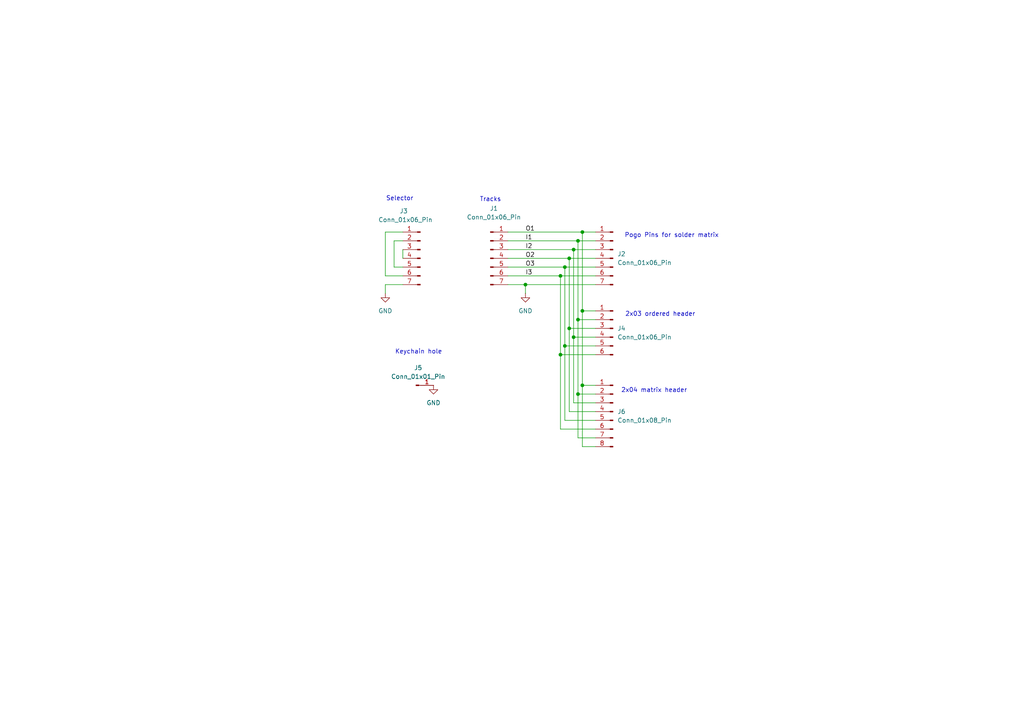
<source format=kicad_sch>
(kicad_sch (version 20231120) (generator "eeschema") (generator_version "8.0")
  (paper "A4")
  (title_block (title "Hall Matrix Selector Key") (date "2025-01-03") (rev "v1.1") (company "Saitis.net & engrenage.ch") (comment 1 "JCZD") (comment 2 "https://electro.saitis.net/hall-key"))
  (lib_symbols
    (symbol "Connector:Conn_01x01_Pin" (pin_names (offset 1.016) hide)
      (property "Reference" "J" (at 0 2.54 0))
      (property "Value" "Conn_01x01_Pin" (at 0 -2.54 0))
      (symbol "Conn_01x01_Pin_1_1"
        (polyline (pts (xy 1.27 0) (xy 0.8636 0)) (stroke (width 0.1524)))
        (rectangle (start 0.8636 0.127) (end 0 -0.127) (stroke (width 0.1524)) (fill (type outline)))
        (pin passive line (at 5.08 0 180) (length 3.81) (name "Pin_1") (number "1"))
      )
    )
    (symbol "Connector:Conn_01x06_Pin" (pin_names (offset 1.016) hide)
      (property "Reference" "J" (at 0 7.62 0))
      (property "Value" "Conn_01x06_Pin" (at 0 -10.16 0))
      (symbol "Conn_01x06_Pin_1_1"
        (polyline (pts (xy 1.27 -7.62) (xy 0.8636 -7.62)) (stroke (width 0.1524)))
        (polyline (pts (xy 1.27 -5.08) (xy 0.8636 -5.08)) (stroke (width 0.1524)))
        (polyline (pts (xy 1.27 -2.54) (xy 0.8636 -2.54)) (stroke (width 0.1524)))
        (polyline (pts (xy 1.27 0) (xy 0.8636 0)) (stroke (width 0.1524)))
        (polyline (pts (xy 1.27 2.54) (xy 0.8636 2.54)) (stroke (width 0.1524)))
        (polyline (pts (xy 1.27 5.08) (xy 0.8636 5.08)) (stroke (width 0.1524)))
        (rectangle (start 0.8636 -7.493) (end 0 -7.747) (stroke (width 0.1524)) (fill (type outline)))
        (rectangle (start 0.8636 -4.953) (end 0 -5.207) (stroke (width 0.1524)) (fill (type outline)))
        (rectangle (start 0.8636 -2.413) (end 0 -2.667) (stroke (width 0.1524)) (fill (type outline)))
        (rectangle (start 0.8636 0.127) (end 0 -0.127) (stroke (width 0.1524)) (fill (type outline)))
        (rectangle (start 0.8636 2.667) (end 0 2.413) (stroke (width 0.1524)) (fill (type outline)))
        (rectangle (start 0.8636 5.207) (end 0 4.953) (stroke (width 0.1524)) (fill (type outline)))
        (pin passive line (at 5.08 5.08 180) (length 3.81) (name "Pin_1") (number "1"))
        (pin passive line (at 5.08 2.54 180) (length 3.81) (name "Pin_2") (number "2"))
        (pin passive line (at 5.08 0 180) (length 3.81) (name "Pin_3") (number "3"))
        (pin passive line (at 5.08 -2.54 180) (length 3.81) (name "Pin_4") (number "4"))
        (pin passive line (at 5.08 -5.08 180) (length 3.81) (name "Pin_5") (number "5"))
        (pin passive line (at 5.08 -7.62 180) (length 3.81) (name "Pin_6") (number "6"))
      )
    )
    (symbol "Connector:Conn_01x07_Pin" (pin_names (offset 1.016) hide)
      (property "Reference" "J" (at 0 10.16 0))
      (property "Value" "Conn_01x07_Pin" (at 0 -10.16 0))
      (symbol "Conn_01x07_Pin_1_1"
        (polyline (pts (xy 1.27 -7.62) (xy 0.8636 -7.62)) (stroke (width 0.1524)))
        (polyline (pts (xy 1.27 -5.08) (xy 0.8636 -5.08)) (stroke (width 0.1524)))
        (polyline (pts (xy 1.27 -2.54) (xy 0.8636 -2.54)) (stroke (width 0.1524)))
        (polyline (pts (xy 1.27 0) (xy 0.8636 0)) (stroke (width 0.1524)))
        (polyline (pts (xy 1.27 2.54) (xy 0.8636 2.54)) (stroke (width 0.1524)))
        (polyline (pts (xy 1.27 5.08) (xy 0.8636 5.08)) (stroke (width 0.1524)))
        (polyline (pts (xy 1.27 7.62) (xy 0.8636 7.62)) (stroke (width 0.1524)))
        (rectangle (start 0.8636 -7.493) (end 0 -7.747) (stroke (width 0.1524)) (fill (type outline)))
        (rectangle (start 0.8636 -4.953) (end 0 -5.207) (stroke (width 0.1524)) (fill (type outline)))
        (rectangle (start 0.8636 -2.413) (end 0 -2.667) (stroke (width 0.1524)) (fill (type outline)))
        (rectangle (start 0.8636 0.127) (end 0 -0.127) (stroke (width 0.1524)) (fill (type outline)))
        (rectangle (start 0.8636 2.667) (end 0 2.413) (stroke (width 0.1524)) (fill (type outline)))
        (rectangle (start 0.8636 5.207) (end 0 4.953) (stroke (width 0.1524)) (fill (type outline)))
        (rectangle (start 0.8636 7.747) (end 0 7.493) (stroke (width 0.1524)) (fill (type outline)))
        (pin passive line (at 5.08 7.62 180) (length 3.81) (name "Pin_1") (number "1"))
        (pin passive line (at 5.08 5.08 180) (length 3.81) (name "Pin_2") (number "2"))
        (pin passive line (at 5.08 2.54 180) (length 3.81) (name "Pin_3") (number "3"))
        (pin passive line (at 5.08 0 180) (length 3.81) (name "Pin_4") (number "4"))
        (pin passive line (at 5.08 -2.54 180) (length 3.81) (name "Pin_5") (number "5"))
        (pin passive line (at 5.08 -5.08 180) (length 3.81) (name "Pin_6") (number "6"))
        (pin passive line (at 5.08 -7.62 180) (length 3.81) (name "Pin_7") (number "7"))
      )
    )
    (symbol "Connector:Conn_01x08_Pin" (pin_names (offset 1.016) hide)
      (property "Reference" "J" (at 0 10.16 0))
      (property "Value" "Conn_01x08_Pin" (at 0 -12.7 0))
      (symbol "Conn_01x08_Pin_1_1"
        (polyline (pts (xy 1.27 -10.16) (xy 0.8636 -10.16)) (stroke (width 0.1524)))
        (polyline (pts (xy 1.27 -7.62) (xy 0.8636 -7.62)) (stroke (width 0.1524)))
        (polyline (pts (xy 1.27 -5.08) (xy 0.8636 -5.08)) (stroke (width 0.1524)))
        (polyline (pts (xy 1.27 -2.54) (xy 0.8636 -2.54)) (stroke (width 0.1524)))
        (polyline (pts (xy 1.27 0) (xy 0.8636 0)) (stroke (width 0.1524)))
        (polyline (pts (xy 1.27 2.54) (xy 0.8636 2.54)) (stroke (width 0.1524)))
        (polyline (pts (xy 1.27 5.08) (xy 0.8636 5.08)) (stroke (width 0.1524)))
        (polyline (pts (xy 1.27 7.62) (xy 0.8636 7.62)) (stroke (width 0.1524)))
        (rectangle (start 0.8636 -10.033) (end 0 -10.287) (stroke (width 0.1524)) (fill (type outline)))
        (rectangle (start 0.8636 -7.493) (end 0 -7.747) (stroke (width 0.1524)) (fill (type outline)))
        (rectangle (start 0.8636 -4.953) (end 0 -5.207) (stroke (width 0.1524)) (fill (type outline)))
        (rectangle (start 0.8636 -2.413) (end 0 -2.667) (stroke (width 0.1524)) (fill (type outline)))
        (rectangle (start 0.8636 0.127) (end 0 -0.127) (stroke (width 0.1524)) (fill (type outline)))
        (rectangle (start 0.8636 2.667) (end 0 2.413) (stroke (width 0.1524)) (fill (type outline)))
        (rectangle (start 0.8636 5.207) (end 0 4.953) (stroke (width 0.1524)) (fill (type outline)))
        (rectangle (start 0.8636 7.747) (end 0 7.493) (stroke (width 0.1524)) (fill (type outline)))
        (pin passive line (at 5.08 7.62 180) (length 3.81) (name "Pin_1") (number "1"))
        (pin passive line (at 5.08 5.08 180) (length 3.81) (name "Pin_2") (number "2"))
        (pin passive line (at 5.08 2.54 180) (length 3.81) (name "Pin_3") (number "3"))
        (pin passive line (at 5.08 0 180) (length 3.81) (name "Pin_4") (number "4"))
        (pin passive line (at 5.08 -2.54 180) (length 3.81) (name "Pin_5") (number "5"))
        (pin passive line (at 5.08 -5.08 180) (length 3.81) (name "Pin_6") (number "6"))
        (pin passive line (at 5.08 -7.62 180) (length 3.81) (name "Pin_7") (number "7"))
        (pin passive line (at 5.08 -10.16 180) (length 3.81) (name "Pin_8") (number "8"))
      )
    )
    (symbol "power:GND" (power) (pin_numbers hide) (pin_names (offset 0) hide)
      (property "Value" "GND" (at 0 -3.81 0))
      (symbol "GND_0_1"
        (polyline (pts (xy 0 0) (xy 0 -1.27) (xy 1.27 -1.27) (xy 0 -2.54) (xy -1.27 -1.27) (xy 0 -1.27)))
      )
      (symbol "GND_1_1"
        (pin power_in line (at 0 0 270) (length 0) (name "~") (number "1"))
      )
    )
  )
  (junction (at 166.37 72.39))
  (junction (at 168.91 111.76))
  (junction (at 152.4 82.55))
  (junction (at 165.1 95.25))
  (junction (at 162.56 102.87))
  (junction (at 167.64 92.71))
  (junction (at 167.64 114.3))
  (junction (at 167.64 69.85))
  (junction (at 163.83 100.33))
  (junction (at 168.91 67.31))
  (junction (at 163.83 77.47))
  (junction (at 165.1 74.93))
  (junction (at 168.91 90.17))
  (junction (at 162.56 80.01))
  (junction (at 166.37 97.79))
  (wire (pts (xy 147.32 77.47) (xy 163.83 77.47)))
  (wire (pts (xy 111.76 82.55) (xy 111.76 85.09)))
  (wire (pts (xy 116.84 72.39) (xy 116.84 74.93)))
  (wire (pts (xy 168.91 67.31) (xy 172.72 67.31)))
  (wire (pts (xy 172.72 90.17) (xy 168.91 90.17)))
  (wire (pts (xy 172.72 92.71) (xy 167.64 92.71)))
  (wire (pts (xy 147.32 67.31) (xy 168.91 67.31)))
  (wire (pts (xy 167.64 69.85) (xy 172.72 69.85)))
  (wire (pts (xy 172.72 97.79) (xy 166.37 97.79)))
  (wire (pts (xy 166.37 72.39) (xy 166.37 97.79)))
  (wire (pts (xy 165.1 74.93) (xy 165.1 95.25)))
  (wire (pts (xy 152.4 82.55) (xy 172.72 82.55)))
  (wire (pts (xy 163.83 77.47) (xy 163.83 100.33)))
  (wire (pts (xy 167.64 127) (xy 167.64 114.3)))
  (wire (pts (xy 152.4 82.55) (xy 147.32 82.55)))
  (wire (pts (xy 152.4 85.09) (xy 152.4 82.55)))
  (wire (pts (xy 163.83 77.47) (xy 172.72 77.47)))
  (wire (pts (xy 172.72 121.92) (xy 163.83 121.92)))
  (wire (pts (xy 165.1 119.38) (xy 165.1 95.25)))
  (wire (pts (xy 147.32 72.39) (xy 166.37 72.39)))
  (wire (pts (xy 162.56 80.01) (xy 162.56 102.87)))
  (wire (pts (xy 172.72 124.46) (xy 162.56 124.46)))
  (wire (pts (xy 114.3 77.47) (xy 114.3 69.85)))
  (wire (pts (xy 162.56 80.01) (xy 172.72 80.01)))
  (wire (pts (xy 166.37 116.84) (xy 166.37 97.79)))
  (wire (pts (xy 172.72 95.25) (xy 165.1 95.25)))
  (wire (pts (xy 147.32 69.85) (xy 167.64 69.85)))
  (wire (pts (xy 163.83 121.92) (xy 163.83 100.33)))
  (wire (pts (xy 172.72 127) (xy 167.64 127)))
  (wire (pts (xy 172.72 116.84) (xy 166.37 116.84)))
  (wire (pts (xy 172.72 102.87) (xy 162.56 102.87)))
  (wire (pts (xy 147.32 74.93) (xy 165.1 74.93)))
  (wire (pts (xy 147.32 80.01) (xy 162.56 80.01)))
  (wire (pts (xy 168.91 129.54) (xy 168.91 111.76)))
  (wire (pts (xy 116.84 77.47) (xy 114.3 77.47)))
  (wire (pts (xy 172.72 100.33) (xy 163.83 100.33)))
  (wire (pts (xy 165.1 74.93) (xy 172.72 74.93)))
  (wire (pts (xy 172.72 114.3) (xy 167.64 114.3)))
  (wire (pts (xy 172.72 111.76) (xy 168.91 111.76)))
  (wire (pts (xy 116.84 82.55) (xy 111.76 82.55)))
  (wire (pts (xy 111.76 67.31) (xy 111.76 80.01)))
  (wire (pts (xy 167.64 114.3) (xy 167.64 92.71)))
  (wire (pts (xy 162.56 124.46) (xy 162.56 102.87)))
  (wire (pts (xy 116.84 67.31) (xy 111.76 67.31)))
  (wire (pts (xy 172.72 129.54) (xy 168.91 129.54)))
  (wire (pts (xy 166.37 72.39) (xy 172.72 72.39)))
  (wire (pts (xy 167.64 69.85) (xy 167.64 92.71)))
  (wire (pts (xy 168.91 67.31) (xy 168.91 90.17)))
  (wire (pts (xy 114.3 69.85) (xy 116.84 69.85)))
  (wire (pts (xy 168.91 111.76) (xy 168.91 90.17)))
  (wire (pts (xy 111.76 80.01) (xy 116.84 80.01)))
  (wire (pts (xy 172.72 119.38) (xy 165.1 119.38)))
  (text "Keychain hole" (at 121.412 102.108 0) (effects (font (size 1.27 1.27))))
  (text "2x03 ordered header" (at 191.516 91.186 0) (effects (font (size 1.27 1.27))))
  (text "Pogo Pins for solder matrix" (at 194.818 68.326 0) (effects (font (size 1.27 1.27))))
  (text "2x04 matrix header" (at 189.738 113.284 0) (effects (font (size 1.27 1.27))))
  (text "Selector" (at 115.951 57.658 0) (effects (font (size 1.27 1.27))))
  (text "Tracks" (at 142.24 57.912 0) (effects (font (size 1.27 1.27))))
  (label "O1" (at 152.4 67.31 0))
  (label "O2" (at 152.4 74.93 0))
  (label "I1" (at 152.4 69.85 0))
  (label "I2" (at 152.4 72.39 0))
  (label "O3" (at 152.4 77.47 0))
  (label "I3" (at 152.4 80.01 0))
  (symbol (lib_id "Connector:Conn_01x07_Pin") (at 142.24 74.93 0) (unit 1)
    (property "Reference" "J1" (at 143.256 60.452 0))
    (property "Value" "Conn_01x06_Pin" (at 143.256 62.992 0))
    (property "Footprint" "robodisk:hall-matrix-selector-switch_base" (effects (hide yes)))
    (property "Description" "Generic connector, single row, 01x07, script generated" (effects (hide yes)))
  )
  (symbol (lib_id "power:GND") (at 111.76 85.09 0) (unit 1)
    (property "Reference" "#PWR02" (effects (hide yes)))
    (property "Value" "GND" (at 111.76 90.17 0))
    (property "Description" "Power symbol creates a global label with name \"GND\" , ground" (effects (hide yes)))
  )
  (symbol (lib_id "Connector:Conn_01x08_Pin") (at 177.8 119.38 0) (mirror y) (unit 1)
    (property "Reference" "J6" (at 179.07 119.3799 0) (effects (justify right)))
    (property "Value" "Conn_01x08_Pin" (at 179.07 121.9199 0) (effects (justify right)))
    (property "Footprint" "Connector_PinHeader_2.54mm:PinHeader_2x04_P2.54mm_Vertical" (effects (hide yes)))
    (property "Description" "Generic connector, single row, 01x08, script generated" (effects (hide yes)))
  )
  (symbol (lib_id "power:GND") (at 125.73 111.76 0) (unit 1)
    (property "Reference" "#PWR01" (effects (hide yes)))
    (property "Value" "GND" (at 125.73 116.84 0))
    (property "Description" "Power symbol creates a global label with name \"GND\" , ground" (effects (hide yes)))
  )
  (symbol (lib_id "Connector:Conn_01x01_Pin") (at 120.65 111.76 0) (unit 1)
    (property "Reference" "J5" (at 121.285 106.68 0))
    (property "Value" "Conn_01x01_Pin" (at 121.285 109.22 0))
    (property "Description" "Generic connector, single row, 01x01, script generated" (effects (hide yes)))
  )
  (symbol (lib_id "Connector:Conn_01x07_Pin") (at 121.92 74.93 0) (mirror y) (unit 1)
    (property "Reference" "J3" (at 117.094 61.214 0))
    (property "Value" "Conn_01x06_Pin" (at 117.602 63.754 0))
    (property "Footprint" "robodisk:hall-matrix-selector-switch_knob" (effects (hide yes)))
    (property "Description" "Generic connector, single row, 01x07, script generated" (effects (hide yes)))
  )
  (symbol (lib_id "power:GND") (at 152.4 85.09 0) (unit 1)
    (property "Reference" "#PWR03" (effects (hide yes)))
    (property "Value" "GND" (at 152.4 90.17 0))
    (property "Description" "Power symbol creates a global label with name \"GND\" , ground" (effects (hide yes)))
  )
  (symbol (lib_id "Connector:Conn_01x06_Pin") (at 177.8 95.25 0) (mirror y) (unit 1)
    (property "Reference" "J4" (at 179.07 95.2499 0) (effects (justify right)))
    (property "Value" "Conn_01x06_Pin" (at 179.07 97.7899 0) (effects (justify right)))
    (property "Footprint" "Connector_PinHeader_2.54mm:PinHeader_2x03_P2.54mm_Vertical" (effects (hide yes)))
    (property "Description" "Generic connector, single row, 01x06, script generated" (effects (hide yes)))
  )
  (symbol (lib_id "Connector:Conn_01x07_Pin") (at 177.8 74.93 0) (mirror y) (unit 1)
    (property "Reference" "J2" (at 179.07 73.6599 0) (effects (justify right)))
    (property "Value" "Conn_01x06_Pin" (at 179.07 76.1999 0) (effects (justify right)))
    (property "Footprint" "robodisk:hall-matrix-selector_pogo" (effects (hide yes)))
    (property "Description" "Generic connector, single row, 01x07, script generated" (effects (hide yes)))
  )
)
</source>
